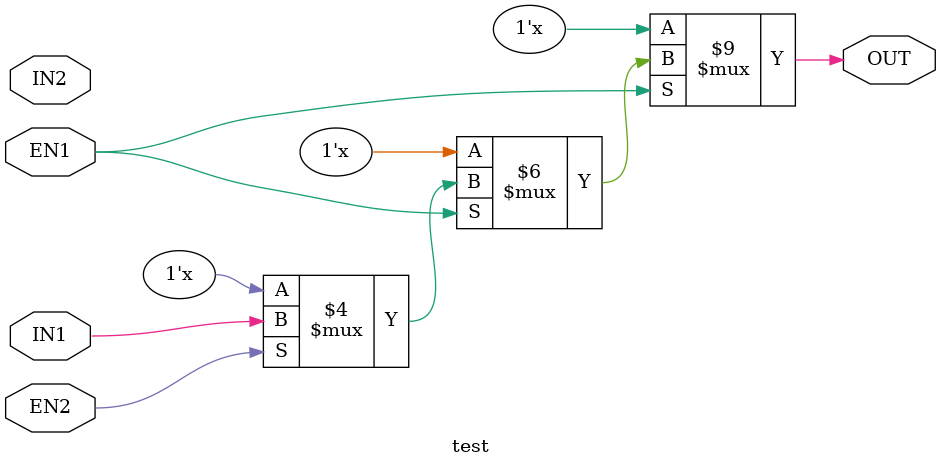
<source format=v>
module test(input IN1, IN2, EN1, EN2, output reg OUT);
always @(IN1 or IN2 or EN1 or EN2) begin
    if(EN1)
	    if(EN2)
		    OUT = IN1;
end	
endmodule	

</source>
